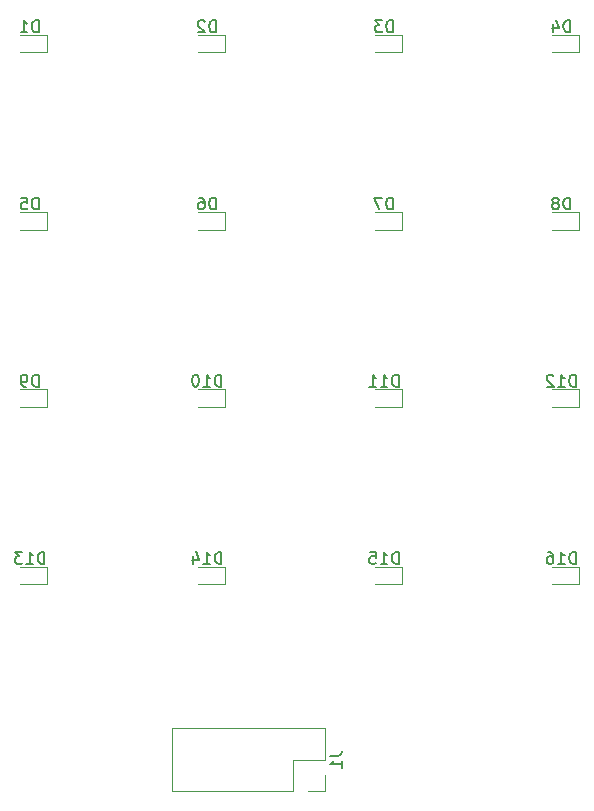
<source format=gbr>
%TF.GenerationSoftware,KiCad,Pcbnew,9.0.5*%
%TF.CreationDate,2025-12-24T11:27:01+01:00*%
%TF.ProjectId,lab0,6c616230-2e6b-4696-9361-645f70636258,rev?*%
%TF.SameCoordinates,Original*%
%TF.FileFunction,Legend,Bot*%
%TF.FilePolarity,Positive*%
%FSLAX46Y46*%
G04 Gerber Fmt 4.6, Leading zero omitted, Abs format (unit mm)*
G04 Created by KiCad (PCBNEW 9.0.5) date 2025-12-24 11:27:01*
%MOMM*%
%LPD*%
G01*
G04 APERTURE LIST*
%ADD10C,0.150000*%
%ADD11C,0.120000*%
G04 APERTURE END LIST*
D10*
X69834819Y-94396666D02*
X70549104Y-94396666D01*
X70549104Y-94396666D02*
X70691961Y-94349047D01*
X70691961Y-94349047D02*
X70787200Y-94253809D01*
X70787200Y-94253809D02*
X70834819Y-94110952D01*
X70834819Y-94110952D02*
X70834819Y-94015714D01*
X70834819Y-95396666D02*
X70834819Y-94825238D01*
X70834819Y-95110952D02*
X69834819Y-95110952D01*
X69834819Y-95110952D02*
X69977676Y-95015714D01*
X69977676Y-95015714D02*
X70072914Y-94920476D01*
X70072914Y-94920476D02*
X70120533Y-94825238D01*
X90654285Y-78144819D02*
X90654285Y-77144819D01*
X90654285Y-77144819D02*
X90416190Y-77144819D01*
X90416190Y-77144819D02*
X90273333Y-77192438D01*
X90273333Y-77192438D02*
X90178095Y-77287676D01*
X90178095Y-77287676D02*
X90130476Y-77382914D01*
X90130476Y-77382914D02*
X90082857Y-77573390D01*
X90082857Y-77573390D02*
X90082857Y-77716247D01*
X90082857Y-77716247D02*
X90130476Y-77906723D01*
X90130476Y-77906723D02*
X90178095Y-78001961D01*
X90178095Y-78001961D02*
X90273333Y-78097200D01*
X90273333Y-78097200D02*
X90416190Y-78144819D01*
X90416190Y-78144819D02*
X90654285Y-78144819D01*
X89130476Y-78144819D02*
X89701904Y-78144819D01*
X89416190Y-78144819D02*
X89416190Y-77144819D01*
X89416190Y-77144819D02*
X89511428Y-77287676D01*
X89511428Y-77287676D02*
X89606666Y-77382914D01*
X89606666Y-77382914D02*
X89701904Y-77430533D01*
X88273333Y-77144819D02*
X88463809Y-77144819D01*
X88463809Y-77144819D02*
X88559047Y-77192438D01*
X88559047Y-77192438D02*
X88606666Y-77240057D01*
X88606666Y-77240057D02*
X88701904Y-77382914D01*
X88701904Y-77382914D02*
X88749523Y-77573390D01*
X88749523Y-77573390D02*
X88749523Y-77954342D01*
X88749523Y-77954342D02*
X88701904Y-78049580D01*
X88701904Y-78049580D02*
X88654285Y-78097200D01*
X88654285Y-78097200D02*
X88559047Y-78144819D01*
X88559047Y-78144819D02*
X88368571Y-78144819D01*
X88368571Y-78144819D02*
X88273333Y-78097200D01*
X88273333Y-78097200D02*
X88225714Y-78049580D01*
X88225714Y-78049580D02*
X88178095Y-77954342D01*
X88178095Y-77954342D02*
X88178095Y-77716247D01*
X88178095Y-77716247D02*
X88225714Y-77621009D01*
X88225714Y-77621009D02*
X88273333Y-77573390D01*
X88273333Y-77573390D02*
X88368571Y-77525771D01*
X88368571Y-77525771D02*
X88559047Y-77525771D01*
X88559047Y-77525771D02*
X88654285Y-77573390D01*
X88654285Y-77573390D02*
X88701904Y-77621009D01*
X88701904Y-77621009D02*
X88749523Y-77716247D01*
X75654285Y-78144819D02*
X75654285Y-77144819D01*
X75654285Y-77144819D02*
X75416190Y-77144819D01*
X75416190Y-77144819D02*
X75273333Y-77192438D01*
X75273333Y-77192438D02*
X75178095Y-77287676D01*
X75178095Y-77287676D02*
X75130476Y-77382914D01*
X75130476Y-77382914D02*
X75082857Y-77573390D01*
X75082857Y-77573390D02*
X75082857Y-77716247D01*
X75082857Y-77716247D02*
X75130476Y-77906723D01*
X75130476Y-77906723D02*
X75178095Y-78001961D01*
X75178095Y-78001961D02*
X75273333Y-78097200D01*
X75273333Y-78097200D02*
X75416190Y-78144819D01*
X75416190Y-78144819D02*
X75654285Y-78144819D01*
X74130476Y-78144819D02*
X74701904Y-78144819D01*
X74416190Y-78144819D02*
X74416190Y-77144819D01*
X74416190Y-77144819D02*
X74511428Y-77287676D01*
X74511428Y-77287676D02*
X74606666Y-77382914D01*
X74606666Y-77382914D02*
X74701904Y-77430533D01*
X73225714Y-77144819D02*
X73701904Y-77144819D01*
X73701904Y-77144819D02*
X73749523Y-77621009D01*
X73749523Y-77621009D02*
X73701904Y-77573390D01*
X73701904Y-77573390D02*
X73606666Y-77525771D01*
X73606666Y-77525771D02*
X73368571Y-77525771D01*
X73368571Y-77525771D02*
X73273333Y-77573390D01*
X73273333Y-77573390D02*
X73225714Y-77621009D01*
X73225714Y-77621009D02*
X73178095Y-77716247D01*
X73178095Y-77716247D02*
X73178095Y-77954342D01*
X73178095Y-77954342D02*
X73225714Y-78049580D01*
X73225714Y-78049580D02*
X73273333Y-78097200D01*
X73273333Y-78097200D02*
X73368571Y-78144819D01*
X73368571Y-78144819D02*
X73606666Y-78144819D01*
X73606666Y-78144819D02*
X73701904Y-78097200D01*
X73701904Y-78097200D02*
X73749523Y-78049580D01*
X60654285Y-78144819D02*
X60654285Y-77144819D01*
X60654285Y-77144819D02*
X60416190Y-77144819D01*
X60416190Y-77144819D02*
X60273333Y-77192438D01*
X60273333Y-77192438D02*
X60178095Y-77287676D01*
X60178095Y-77287676D02*
X60130476Y-77382914D01*
X60130476Y-77382914D02*
X60082857Y-77573390D01*
X60082857Y-77573390D02*
X60082857Y-77716247D01*
X60082857Y-77716247D02*
X60130476Y-77906723D01*
X60130476Y-77906723D02*
X60178095Y-78001961D01*
X60178095Y-78001961D02*
X60273333Y-78097200D01*
X60273333Y-78097200D02*
X60416190Y-78144819D01*
X60416190Y-78144819D02*
X60654285Y-78144819D01*
X59130476Y-78144819D02*
X59701904Y-78144819D01*
X59416190Y-78144819D02*
X59416190Y-77144819D01*
X59416190Y-77144819D02*
X59511428Y-77287676D01*
X59511428Y-77287676D02*
X59606666Y-77382914D01*
X59606666Y-77382914D02*
X59701904Y-77430533D01*
X58273333Y-77478152D02*
X58273333Y-78144819D01*
X58511428Y-77097200D02*
X58749523Y-77811485D01*
X58749523Y-77811485D02*
X58130476Y-77811485D01*
X45654285Y-78144819D02*
X45654285Y-77144819D01*
X45654285Y-77144819D02*
X45416190Y-77144819D01*
X45416190Y-77144819D02*
X45273333Y-77192438D01*
X45273333Y-77192438D02*
X45178095Y-77287676D01*
X45178095Y-77287676D02*
X45130476Y-77382914D01*
X45130476Y-77382914D02*
X45082857Y-77573390D01*
X45082857Y-77573390D02*
X45082857Y-77716247D01*
X45082857Y-77716247D02*
X45130476Y-77906723D01*
X45130476Y-77906723D02*
X45178095Y-78001961D01*
X45178095Y-78001961D02*
X45273333Y-78097200D01*
X45273333Y-78097200D02*
X45416190Y-78144819D01*
X45416190Y-78144819D02*
X45654285Y-78144819D01*
X44130476Y-78144819D02*
X44701904Y-78144819D01*
X44416190Y-78144819D02*
X44416190Y-77144819D01*
X44416190Y-77144819D02*
X44511428Y-77287676D01*
X44511428Y-77287676D02*
X44606666Y-77382914D01*
X44606666Y-77382914D02*
X44701904Y-77430533D01*
X43797142Y-77144819D02*
X43178095Y-77144819D01*
X43178095Y-77144819D02*
X43511428Y-77525771D01*
X43511428Y-77525771D02*
X43368571Y-77525771D01*
X43368571Y-77525771D02*
X43273333Y-77573390D01*
X43273333Y-77573390D02*
X43225714Y-77621009D01*
X43225714Y-77621009D02*
X43178095Y-77716247D01*
X43178095Y-77716247D02*
X43178095Y-77954342D01*
X43178095Y-77954342D02*
X43225714Y-78049580D01*
X43225714Y-78049580D02*
X43273333Y-78097200D01*
X43273333Y-78097200D02*
X43368571Y-78144819D01*
X43368571Y-78144819D02*
X43654285Y-78144819D01*
X43654285Y-78144819D02*
X43749523Y-78097200D01*
X43749523Y-78097200D02*
X43797142Y-78049580D01*
X90654285Y-63144819D02*
X90654285Y-62144819D01*
X90654285Y-62144819D02*
X90416190Y-62144819D01*
X90416190Y-62144819D02*
X90273333Y-62192438D01*
X90273333Y-62192438D02*
X90178095Y-62287676D01*
X90178095Y-62287676D02*
X90130476Y-62382914D01*
X90130476Y-62382914D02*
X90082857Y-62573390D01*
X90082857Y-62573390D02*
X90082857Y-62716247D01*
X90082857Y-62716247D02*
X90130476Y-62906723D01*
X90130476Y-62906723D02*
X90178095Y-63001961D01*
X90178095Y-63001961D02*
X90273333Y-63097200D01*
X90273333Y-63097200D02*
X90416190Y-63144819D01*
X90416190Y-63144819D02*
X90654285Y-63144819D01*
X89130476Y-63144819D02*
X89701904Y-63144819D01*
X89416190Y-63144819D02*
X89416190Y-62144819D01*
X89416190Y-62144819D02*
X89511428Y-62287676D01*
X89511428Y-62287676D02*
X89606666Y-62382914D01*
X89606666Y-62382914D02*
X89701904Y-62430533D01*
X88749523Y-62240057D02*
X88701904Y-62192438D01*
X88701904Y-62192438D02*
X88606666Y-62144819D01*
X88606666Y-62144819D02*
X88368571Y-62144819D01*
X88368571Y-62144819D02*
X88273333Y-62192438D01*
X88273333Y-62192438D02*
X88225714Y-62240057D01*
X88225714Y-62240057D02*
X88178095Y-62335295D01*
X88178095Y-62335295D02*
X88178095Y-62430533D01*
X88178095Y-62430533D02*
X88225714Y-62573390D01*
X88225714Y-62573390D02*
X88797142Y-63144819D01*
X88797142Y-63144819D02*
X88178095Y-63144819D01*
X75654285Y-63144819D02*
X75654285Y-62144819D01*
X75654285Y-62144819D02*
X75416190Y-62144819D01*
X75416190Y-62144819D02*
X75273333Y-62192438D01*
X75273333Y-62192438D02*
X75178095Y-62287676D01*
X75178095Y-62287676D02*
X75130476Y-62382914D01*
X75130476Y-62382914D02*
X75082857Y-62573390D01*
X75082857Y-62573390D02*
X75082857Y-62716247D01*
X75082857Y-62716247D02*
X75130476Y-62906723D01*
X75130476Y-62906723D02*
X75178095Y-63001961D01*
X75178095Y-63001961D02*
X75273333Y-63097200D01*
X75273333Y-63097200D02*
X75416190Y-63144819D01*
X75416190Y-63144819D02*
X75654285Y-63144819D01*
X74130476Y-63144819D02*
X74701904Y-63144819D01*
X74416190Y-63144819D02*
X74416190Y-62144819D01*
X74416190Y-62144819D02*
X74511428Y-62287676D01*
X74511428Y-62287676D02*
X74606666Y-62382914D01*
X74606666Y-62382914D02*
X74701904Y-62430533D01*
X73178095Y-63144819D02*
X73749523Y-63144819D01*
X73463809Y-63144819D02*
X73463809Y-62144819D01*
X73463809Y-62144819D02*
X73559047Y-62287676D01*
X73559047Y-62287676D02*
X73654285Y-62382914D01*
X73654285Y-62382914D02*
X73749523Y-62430533D01*
X60654285Y-63144819D02*
X60654285Y-62144819D01*
X60654285Y-62144819D02*
X60416190Y-62144819D01*
X60416190Y-62144819D02*
X60273333Y-62192438D01*
X60273333Y-62192438D02*
X60178095Y-62287676D01*
X60178095Y-62287676D02*
X60130476Y-62382914D01*
X60130476Y-62382914D02*
X60082857Y-62573390D01*
X60082857Y-62573390D02*
X60082857Y-62716247D01*
X60082857Y-62716247D02*
X60130476Y-62906723D01*
X60130476Y-62906723D02*
X60178095Y-63001961D01*
X60178095Y-63001961D02*
X60273333Y-63097200D01*
X60273333Y-63097200D02*
X60416190Y-63144819D01*
X60416190Y-63144819D02*
X60654285Y-63144819D01*
X59130476Y-63144819D02*
X59701904Y-63144819D01*
X59416190Y-63144819D02*
X59416190Y-62144819D01*
X59416190Y-62144819D02*
X59511428Y-62287676D01*
X59511428Y-62287676D02*
X59606666Y-62382914D01*
X59606666Y-62382914D02*
X59701904Y-62430533D01*
X58511428Y-62144819D02*
X58416190Y-62144819D01*
X58416190Y-62144819D02*
X58320952Y-62192438D01*
X58320952Y-62192438D02*
X58273333Y-62240057D01*
X58273333Y-62240057D02*
X58225714Y-62335295D01*
X58225714Y-62335295D02*
X58178095Y-62525771D01*
X58178095Y-62525771D02*
X58178095Y-62763866D01*
X58178095Y-62763866D02*
X58225714Y-62954342D01*
X58225714Y-62954342D02*
X58273333Y-63049580D01*
X58273333Y-63049580D02*
X58320952Y-63097200D01*
X58320952Y-63097200D02*
X58416190Y-63144819D01*
X58416190Y-63144819D02*
X58511428Y-63144819D01*
X58511428Y-63144819D02*
X58606666Y-63097200D01*
X58606666Y-63097200D02*
X58654285Y-63049580D01*
X58654285Y-63049580D02*
X58701904Y-62954342D01*
X58701904Y-62954342D02*
X58749523Y-62763866D01*
X58749523Y-62763866D02*
X58749523Y-62525771D01*
X58749523Y-62525771D02*
X58701904Y-62335295D01*
X58701904Y-62335295D02*
X58654285Y-62240057D01*
X58654285Y-62240057D02*
X58606666Y-62192438D01*
X58606666Y-62192438D02*
X58511428Y-62144819D01*
X45178094Y-63144819D02*
X45178094Y-62144819D01*
X45178094Y-62144819D02*
X44939999Y-62144819D01*
X44939999Y-62144819D02*
X44797142Y-62192438D01*
X44797142Y-62192438D02*
X44701904Y-62287676D01*
X44701904Y-62287676D02*
X44654285Y-62382914D01*
X44654285Y-62382914D02*
X44606666Y-62573390D01*
X44606666Y-62573390D02*
X44606666Y-62716247D01*
X44606666Y-62716247D02*
X44654285Y-62906723D01*
X44654285Y-62906723D02*
X44701904Y-63001961D01*
X44701904Y-63001961D02*
X44797142Y-63097200D01*
X44797142Y-63097200D02*
X44939999Y-63144819D01*
X44939999Y-63144819D02*
X45178094Y-63144819D01*
X44130475Y-63144819D02*
X43939999Y-63144819D01*
X43939999Y-63144819D02*
X43844761Y-63097200D01*
X43844761Y-63097200D02*
X43797142Y-63049580D01*
X43797142Y-63049580D02*
X43701904Y-62906723D01*
X43701904Y-62906723D02*
X43654285Y-62716247D01*
X43654285Y-62716247D02*
X43654285Y-62335295D01*
X43654285Y-62335295D02*
X43701904Y-62240057D01*
X43701904Y-62240057D02*
X43749523Y-62192438D01*
X43749523Y-62192438D02*
X43844761Y-62144819D01*
X43844761Y-62144819D02*
X44035237Y-62144819D01*
X44035237Y-62144819D02*
X44130475Y-62192438D01*
X44130475Y-62192438D02*
X44178094Y-62240057D01*
X44178094Y-62240057D02*
X44225713Y-62335295D01*
X44225713Y-62335295D02*
X44225713Y-62573390D01*
X44225713Y-62573390D02*
X44178094Y-62668628D01*
X44178094Y-62668628D02*
X44130475Y-62716247D01*
X44130475Y-62716247D02*
X44035237Y-62763866D01*
X44035237Y-62763866D02*
X43844761Y-62763866D01*
X43844761Y-62763866D02*
X43749523Y-62716247D01*
X43749523Y-62716247D02*
X43701904Y-62668628D01*
X43701904Y-62668628D02*
X43654285Y-62573390D01*
X90178094Y-48144819D02*
X90178094Y-47144819D01*
X90178094Y-47144819D02*
X89939999Y-47144819D01*
X89939999Y-47144819D02*
X89797142Y-47192438D01*
X89797142Y-47192438D02*
X89701904Y-47287676D01*
X89701904Y-47287676D02*
X89654285Y-47382914D01*
X89654285Y-47382914D02*
X89606666Y-47573390D01*
X89606666Y-47573390D02*
X89606666Y-47716247D01*
X89606666Y-47716247D02*
X89654285Y-47906723D01*
X89654285Y-47906723D02*
X89701904Y-48001961D01*
X89701904Y-48001961D02*
X89797142Y-48097200D01*
X89797142Y-48097200D02*
X89939999Y-48144819D01*
X89939999Y-48144819D02*
X90178094Y-48144819D01*
X89035237Y-47573390D02*
X89130475Y-47525771D01*
X89130475Y-47525771D02*
X89178094Y-47478152D01*
X89178094Y-47478152D02*
X89225713Y-47382914D01*
X89225713Y-47382914D02*
X89225713Y-47335295D01*
X89225713Y-47335295D02*
X89178094Y-47240057D01*
X89178094Y-47240057D02*
X89130475Y-47192438D01*
X89130475Y-47192438D02*
X89035237Y-47144819D01*
X89035237Y-47144819D02*
X88844761Y-47144819D01*
X88844761Y-47144819D02*
X88749523Y-47192438D01*
X88749523Y-47192438D02*
X88701904Y-47240057D01*
X88701904Y-47240057D02*
X88654285Y-47335295D01*
X88654285Y-47335295D02*
X88654285Y-47382914D01*
X88654285Y-47382914D02*
X88701904Y-47478152D01*
X88701904Y-47478152D02*
X88749523Y-47525771D01*
X88749523Y-47525771D02*
X88844761Y-47573390D01*
X88844761Y-47573390D02*
X89035237Y-47573390D01*
X89035237Y-47573390D02*
X89130475Y-47621009D01*
X89130475Y-47621009D02*
X89178094Y-47668628D01*
X89178094Y-47668628D02*
X89225713Y-47763866D01*
X89225713Y-47763866D02*
X89225713Y-47954342D01*
X89225713Y-47954342D02*
X89178094Y-48049580D01*
X89178094Y-48049580D02*
X89130475Y-48097200D01*
X89130475Y-48097200D02*
X89035237Y-48144819D01*
X89035237Y-48144819D02*
X88844761Y-48144819D01*
X88844761Y-48144819D02*
X88749523Y-48097200D01*
X88749523Y-48097200D02*
X88701904Y-48049580D01*
X88701904Y-48049580D02*
X88654285Y-47954342D01*
X88654285Y-47954342D02*
X88654285Y-47763866D01*
X88654285Y-47763866D02*
X88701904Y-47668628D01*
X88701904Y-47668628D02*
X88749523Y-47621009D01*
X88749523Y-47621009D02*
X88844761Y-47573390D01*
X75178094Y-48144819D02*
X75178094Y-47144819D01*
X75178094Y-47144819D02*
X74939999Y-47144819D01*
X74939999Y-47144819D02*
X74797142Y-47192438D01*
X74797142Y-47192438D02*
X74701904Y-47287676D01*
X74701904Y-47287676D02*
X74654285Y-47382914D01*
X74654285Y-47382914D02*
X74606666Y-47573390D01*
X74606666Y-47573390D02*
X74606666Y-47716247D01*
X74606666Y-47716247D02*
X74654285Y-47906723D01*
X74654285Y-47906723D02*
X74701904Y-48001961D01*
X74701904Y-48001961D02*
X74797142Y-48097200D01*
X74797142Y-48097200D02*
X74939999Y-48144819D01*
X74939999Y-48144819D02*
X75178094Y-48144819D01*
X74273332Y-47144819D02*
X73606666Y-47144819D01*
X73606666Y-47144819D02*
X74035237Y-48144819D01*
X60178094Y-48144819D02*
X60178094Y-47144819D01*
X60178094Y-47144819D02*
X59939999Y-47144819D01*
X59939999Y-47144819D02*
X59797142Y-47192438D01*
X59797142Y-47192438D02*
X59701904Y-47287676D01*
X59701904Y-47287676D02*
X59654285Y-47382914D01*
X59654285Y-47382914D02*
X59606666Y-47573390D01*
X59606666Y-47573390D02*
X59606666Y-47716247D01*
X59606666Y-47716247D02*
X59654285Y-47906723D01*
X59654285Y-47906723D02*
X59701904Y-48001961D01*
X59701904Y-48001961D02*
X59797142Y-48097200D01*
X59797142Y-48097200D02*
X59939999Y-48144819D01*
X59939999Y-48144819D02*
X60178094Y-48144819D01*
X58749523Y-47144819D02*
X58939999Y-47144819D01*
X58939999Y-47144819D02*
X59035237Y-47192438D01*
X59035237Y-47192438D02*
X59082856Y-47240057D01*
X59082856Y-47240057D02*
X59178094Y-47382914D01*
X59178094Y-47382914D02*
X59225713Y-47573390D01*
X59225713Y-47573390D02*
X59225713Y-47954342D01*
X59225713Y-47954342D02*
X59178094Y-48049580D01*
X59178094Y-48049580D02*
X59130475Y-48097200D01*
X59130475Y-48097200D02*
X59035237Y-48144819D01*
X59035237Y-48144819D02*
X58844761Y-48144819D01*
X58844761Y-48144819D02*
X58749523Y-48097200D01*
X58749523Y-48097200D02*
X58701904Y-48049580D01*
X58701904Y-48049580D02*
X58654285Y-47954342D01*
X58654285Y-47954342D02*
X58654285Y-47716247D01*
X58654285Y-47716247D02*
X58701904Y-47621009D01*
X58701904Y-47621009D02*
X58749523Y-47573390D01*
X58749523Y-47573390D02*
X58844761Y-47525771D01*
X58844761Y-47525771D02*
X59035237Y-47525771D01*
X59035237Y-47525771D02*
X59130475Y-47573390D01*
X59130475Y-47573390D02*
X59178094Y-47621009D01*
X59178094Y-47621009D02*
X59225713Y-47716247D01*
X45178094Y-48144819D02*
X45178094Y-47144819D01*
X45178094Y-47144819D02*
X44939999Y-47144819D01*
X44939999Y-47144819D02*
X44797142Y-47192438D01*
X44797142Y-47192438D02*
X44701904Y-47287676D01*
X44701904Y-47287676D02*
X44654285Y-47382914D01*
X44654285Y-47382914D02*
X44606666Y-47573390D01*
X44606666Y-47573390D02*
X44606666Y-47716247D01*
X44606666Y-47716247D02*
X44654285Y-47906723D01*
X44654285Y-47906723D02*
X44701904Y-48001961D01*
X44701904Y-48001961D02*
X44797142Y-48097200D01*
X44797142Y-48097200D02*
X44939999Y-48144819D01*
X44939999Y-48144819D02*
X45178094Y-48144819D01*
X43701904Y-47144819D02*
X44178094Y-47144819D01*
X44178094Y-47144819D02*
X44225713Y-47621009D01*
X44225713Y-47621009D02*
X44178094Y-47573390D01*
X44178094Y-47573390D02*
X44082856Y-47525771D01*
X44082856Y-47525771D02*
X43844761Y-47525771D01*
X43844761Y-47525771D02*
X43749523Y-47573390D01*
X43749523Y-47573390D02*
X43701904Y-47621009D01*
X43701904Y-47621009D02*
X43654285Y-47716247D01*
X43654285Y-47716247D02*
X43654285Y-47954342D01*
X43654285Y-47954342D02*
X43701904Y-48049580D01*
X43701904Y-48049580D02*
X43749523Y-48097200D01*
X43749523Y-48097200D02*
X43844761Y-48144819D01*
X43844761Y-48144819D02*
X44082856Y-48144819D01*
X44082856Y-48144819D02*
X44178094Y-48097200D01*
X44178094Y-48097200D02*
X44225713Y-48049580D01*
X90178094Y-33144819D02*
X90178094Y-32144819D01*
X90178094Y-32144819D02*
X89939999Y-32144819D01*
X89939999Y-32144819D02*
X89797142Y-32192438D01*
X89797142Y-32192438D02*
X89701904Y-32287676D01*
X89701904Y-32287676D02*
X89654285Y-32382914D01*
X89654285Y-32382914D02*
X89606666Y-32573390D01*
X89606666Y-32573390D02*
X89606666Y-32716247D01*
X89606666Y-32716247D02*
X89654285Y-32906723D01*
X89654285Y-32906723D02*
X89701904Y-33001961D01*
X89701904Y-33001961D02*
X89797142Y-33097200D01*
X89797142Y-33097200D02*
X89939999Y-33144819D01*
X89939999Y-33144819D02*
X90178094Y-33144819D01*
X88749523Y-32478152D02*
X88749523Y-33144819D01*
X88987618Y-32097200D02*
X89225713Y-32811485D01*
X89225713Y-32811485D02*
X88606666Y-32811485D01*
X75178094Y-33144819D02*
X75178094Y-32144819D01*
X75178094Y-32144819D02*
X74939999Y-32144819D01*
X74939999Y-32144819D02*
X74797142Y-32192438D01*
X74797142Y-32192438D02*
X74701904Y-32287676D01*
X74701904Y-32287676D02*
X74654285Y-32382914D01*
X74654285Y-32382914D02*
X74606666Y-32573390D01*
X74606666Y-32573390D02*
X74606666Y-32716247D01*
X74606666Y-32716247D02*
X74654285Y-32906723D01*
X74654285Y-32906723D02*
X74701904Y-33001961D01*
X74701904Y-33001961D02*
X74797142Y-33097200D01*
X74797142Y-33097200D02*
X74939999Y-33144819D01*
X74939999Y-33144819D02*
X75178094Y-33144819D01*
X74273332Y-32144819D02*
X73654285Y-32144819D01*
X73654285Y-32144819D02*
X73987618Y-32525771D01*
X73987618Y-32525771D02*
X73844761Y-32525771D01*
X73844761Y-32525771D02*
X73749523Y-32573390D01*
X73749523Y-32573390D02*
X73701904Y-32621009D01*
X73701904Y-32621009D02*
X73654285Y-32716247D01*
X73654285Y-32716247D02*
X73654285Y-32954342D01*
X73654285Y-32954342D02*
X73701904Y-33049580D01*
X73701904Y-33049580D02*
X73749523Y-33097200D01*
X73749523Y-33097200D02*
X73844761Y-33144819D01*
X73844761Y-33144819D02*
X74130475Y-33144819D01*
X74130475Y-33144819D02*
X74225713Y-33097200D01*
X74225713Y-33097200D02*
X74273332Y-33049580D01*
X60178094Y-33144819D02*
X60178094Y-32144819D01*
X60178094Y-32144819D02*
X59939999Y-32144819D01*
X59939999Y-32144819D02*
X59797142Y-32192438D01*
X59797142Y-32192438D02*
X59701904Y-32287676D01*
X59701904Y-32287676D02*
X59654285Y-32382914D01*
X59654285Y-32382914D02*
X59606666Y-32573390D01*
X59606666Y-32573390D02*
X59606666Y-32716247D01*
X59606666Y-32716247D02*
X59654285Y-32906723D01*
X59654285Y-32906723D02*
X59701904Y-33001961D01*
X59701904Y-33001961D02*
X59797142Y-33097200D01*
X59797142Y-33097200D02*
X59939999Y-33144819D01*
X59939999Y-33144819D02*
X60178094Y-33144819D01*
X59225713Y-32240057D02*
X59178094Y-32192438D01*
X59178094Y-32192438D02*
X59082856Y-32144819D01*
X59082856Y-32144819D02*
X58844761Y-32144819D01*
X58844761Y-32144819D02*
X58749523Y-32192438D01*
X58749523Y-32192438D02*
X58701904Y-32240057D01*
X58701904Y-32240057D02*
X58654285Y-32335295D01*
X58654285Y-32335295D02*
X58654285Y-32430533D01*
X58654285Y-32430533D02*
X58701904Y-32573390D01*
X58701904Y-32573390D02*
X59273332Y-33144819D01*
X59273332Y-33144819D02*
X58654285Y-33144819D01*
X45178094Y-33144819D02*
X45178094Y-32144819D01*
X45178094Y-32144819D02*
X44939999Y-32144819D01*
X44939999Y-32144819D02*
X44797142Y-32192438D01*
X44797142Y-32192438D02*
X44701904Y-32287676D01*
X44701904Y-32287676D02*
X44654285Y-32382914D01*
X44654285Y-32382914D02*
X44606666Y-32573390D01*
X44606666Y-32573390D02*
X44606666Y-32716247D01*
X44606666Y-32716247D02*
X44654285Y-32906723D01*
X44654285Y-32906723D02*
X44701904Y-33001961D01*
X44701904Y-33001961D02*
X44797142Y-33097200D01*
X44797142Y-33097200D02*
X44939999Y-33144819D01*
X44939999Y-33144819D02*
X45178094Y-33144819D01*
X43654285Y-33144819D02*
X44225713Y-33144819D01*
X43939999Y-33144819D02*
X43939999Y-32144819D01*
X43939999Y-32144819D02*
X44035237Y-32287676D01*
X44035237Y-32287676D02*
X44130475Y-32382914D01*
X44130475Y-32382914D02*
X44225713Y-32430533D01*
D11*
%TO.C,J1*%
X69380000Y-97380000D02*
X69380000Y-96000000D01*
X68000000Y-97380000D02*
X69380000Y-97380000D01*
X66730000Y-97380000D02*
X56460000Y-97380000D01*
X66730000Y-97380000D02*
X66730000Y-94730000D01*
X56460000Y-97380000D02*
X56460000Y-92080000D01*
X69380000Y-94730000D02*
X69380000Y-92080000D01*
X66730000Y-94730000D02*
X69380000Y-94730000D01*
X69380000Y-92080000D02*
X56460000Y-92080000D01*
%TO.C,D16*%
X90925000Y-78385000D02*
X90925000Y-79855000D01*
X90925000Y-79855000D02*
X88640000Y-79855000D01*
X88640000Y-78385000D02*
X90925000Y-78385000D01*
%TO.C,D15*%
X75925000Y-78385000D02*
X75925000Y-79855000D01*
X75925000Y-79855000D02*
X73640000Y-79855000D01*
X73640000Y-78385000D02*
X75925000Y-78385000D01*
%TO.C,D14*%
X60925000Y-78385000D02*
X60925000Y-79855000D01*
X60925000Y-79855000D02*
X58640000Y-79855000D01*
X58640000Y-78385000D02*
X60925000Y-78385000D01*
%TO.C,D13*%
X45925000Y-78385000D02*
X45925000Y-79855000D01*
X45925000Y-79855000D02*
X43640000Y-79855000D01*
X43640000Y-78385000D02*
X45925000Y-78385000D01*
%TO.C,D12*%
X90925000Y-63385000D02*
X90925000Y-64855000D01*
X90925000Y-64855000D02*
X88640000Y-64855000D01*
X88640000Y-63385000D02*
X90925000Y-63385000D01*
%TO.C,D11*%
X75925000Y-63385000D02*
X75925000Y-64855000D01*
X75925000Y-64855000D02*
X73640000Y-64855000D01*
X73640000Y-63385000D02*
X75925000Y-63385000D01*
%TO.C,D10*%
X60925000Y-63385000D02*
X60925000Y-64855000D01*
X60925000Y-64855000D02*
X58640000Y-64855000D01*
X58640000Y-63385000D02*
X60925000Y-63385000D01*
%TO.C,D9*%
X45925000Y-63385000D02*
X45925000Y-64855000D01*
X45925000Y-64855000D02*
X43640000Y-64855000D01*
X43640000Y-63385000D02*
X45925000Y-63385000D01*
%TO.C,D8*%
X90925000Y-48385000D02*
X90925000Y-49855000D01*
X90925000Y-49855000D02*
X88640000Y-49855000D01*
X88640000Y-48385000D02*
X90925000Y-48385000D01*
%TO.C,D7*%
X75925000Y-48385000D02*
X75925000Y-49855000D01*
X75925000Y-49855000D02*
X73640000Y-49855000D01*
X73640000Y-48385000D02*
X75925000Y-48385000D01*
%TO.C,D6*%
X60925000Y-48385000D02*
X60925000Y-49855000D01*
X60925000Y-49855000D02*
X58640000Y-49855000D01*
X58640000Y-48385000D02*
X60925000Y-48385000D01*
%TO.C,D5*%
X45925000Y-48385000D02*
X45925000Y-49855000D01*
X45925000Y-49855000D02*
X43640000Y-49855000D01*
X43640000Y-48385000D02*
X45925000Y-48385000D01*
%TO.C,D4*%
X90925000Y-33385000D02*
X90925000Y-34855000D01*
X90925000Y-34855000D02*
X88640000Y-34855000D01*
X88640000Y-33385000D02*
X90925000Y-33385000D01*
%TO.C,D3*%
X75925000Y-33385000D02*
X75925000Y-34855000D01*
X75925000Y-34855000D02*
X73640000Y-34855000D01*
X73640000Y-33385000D02*
X75925000Y-33385000D01*
%TO.C,D2*%
X60925000Y-33385000D02*
X60925000Y-34855000D01*
X60925000Y-34855000D02*
X58640000Y-34855000D01*
X58640000Y-33385000D02*
X60925000Y-33385000D01*
%TO.C,D1*%
X45925000Y-33385000D02*
X45925000Y-34855000D01*
X45925000Y-34855000D02*
X43640000Y-34855000D01*
X43640000Y-33385000D02*
X45925000Y-33385000D01*
%TD*%
M02*

</source>
